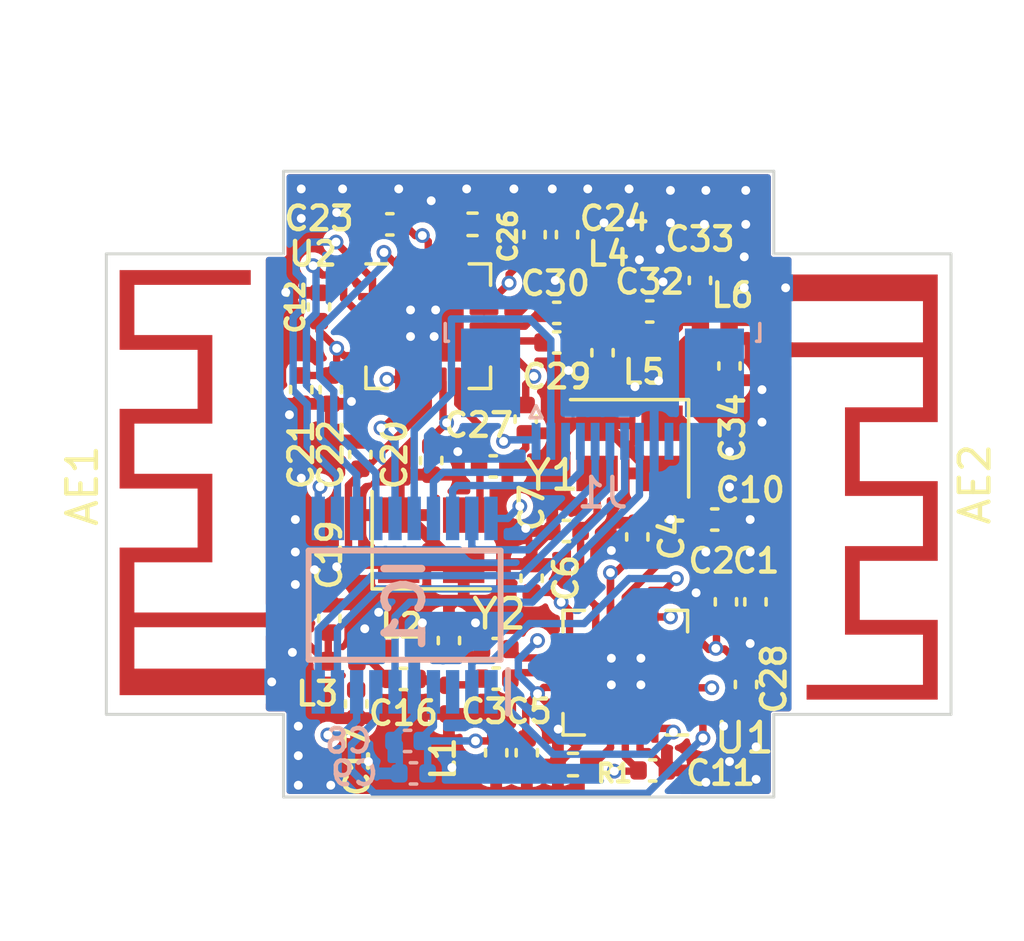
<source format=kicad_pcb>
(kicad_pcb (version 20211014) (generator pcbnew)
  (layers (0 "F.Cu" signal) (1 "In1.Cu" power) (2 "In2.Cu" mixed) (31 "B.Cu" signal) (34 "B.Paste" user) (35 "F.Paste" user) (36 "B.SilkS" user "B.Silkscreen") (37 "F.SilkS" user "F.Silkscreen") (38 "B.Mask" user) (39 "F.Mask" user) (44 "Edge.Cuts" user))
  (net 0 "")
  (net 1 "GND")
  (net 2 "Net-(C7-Pad2)")
  (net 4 "Net-(C10-Pad2)")
  (net 5 "Net-(C13-Pad1)")
  (net 6 "Net-(AE1-Pad1)")
  (net 7 "Net-(C14-Pad1)")
  (net 8 "Net-(C14-Pad2)")
  (net 9 "Net-(C16-Pad2)")
  (net 10 "Net-(C18-Pad2)")
  (net 11 "Net-(C20-Pad2)")
  (net 12 "Net-(C29-Pad1)")
  (net 13 "Net-(C29-Pad2)")
  (net 14 "Net-(C30-Pad1)")
  (net 15 "Net-(C30-Pad2)")
  (net 16 "Net-(C32-Pad2)")
  (net 17 "SPI2_MOSI")
  (net 18 "SPI2_NSS")
  (net 20 "VDD")
  (net 21 "NRST")
  (net 22 "SPI2_SCK")
  (net 23 "USART2_TX")
  (net 24 "USART2_RX")
  (net 25 "Net-(R1-Pad1)")
  (net 26 "SPI1_SCK")
  (net 27 "SPI1_MISO")
  (net 28 "Net-(AE2-Pad1)")
  (net 29 "SPI1_NSS")
  (net 30 "I2C2_SCL")
  (net 31 "I2C2_SDA")
  (net 32 "SYS_SWDIO")
  (net 34 "SYS_SWCLK")
  (net 35 "SPI2_MISO")
  (net 36 "Net-(C13-Pad2)")
  (net 37 "Net-(R2-Pad1)")
  (net 38 "SPI1_MOSI")
  (net 39 "GD0_INT_2")
  (net 40 "GD0_INT_1")
  (footprint "Capacitor_SMD:C_0402_1005Metric" (layer "F.Cu") (at 124.2375 98.3 90)
    (fp_text reference "C5")
    (fp_text value "0.1uF")
  )
  (footprint "Capacitor_SMD:C_0402_1005Metric" (layer "F.Cu") (at 124.4 92.388154 -90)
    (fp_text reference "C6")
    (fp_text value "0.1uF")
  )
  (footprint "Capacitor_SMD:C_0402_1005Metric" (layer "F.Cu") (at 125.57875 90.788154)
    (fp_text reference "C7")
    (fp_text value "15pF")
  )
  (footprint "Capacitor_SMD:C_0402_1005Metric" (layer "F.Cu") (at 128.4 83.35)
    (fp_text reference "C32")
    (fp_text value "1pF")
  )
  (footprint "Inductor_SMD:L_0402_1005Metric" (layer "F.Cu") (at 130.6 83.8 180)
    (fp_text reference "L6")
    (fp_text value "1.2nH")
  )
  (footprint "Capacitor_SMD:C_0402_1005Metric" (layer "F.Cu") (at 126.8 84.75 90)
    (fp_text reference "C31" hide)
    (fp_text value "1pF")
  )
  (footprint "Inductor_SMD:L_0402_1005Metric" (layer "F.Cu") (at 128.4 84.4 180)
    (fp_text reference "L5")
    (fp_text value "1.2nH")
  )
  (footprint "Capacitor_SMD:C_0402_1005Metric" (layer "F.Cu") (at 123.1 88.6 180)
    (fp_text reference "C18" hide)
    (fp_text value "15pF")
  )
  (footprint "Capacitor_SMD:C_0402_1005Metric" (layer "F.Cu") (at 121.6 94.5 -90)
    (fp_text reference "C15" hide)
    (fp_text value "1pF")
  )
  (footprint "RF_Antenna:Texas_SWRA117D_2.4GHz_Right" (layer "F.Cu") (at 133 84.65 -90)
    (fp_text reference "AE2")
    (fp_text value "Antenna_Shield")
  )
  (footprint "Package_DFN_QFN:Texas_S-PVQFN-N20_EP2.4x2.4mm" (layer "F.Cu") (at 120.9 83.85)
    (fp_text reference "U2")
    (fp_text value "CC2500")
  )
  (footprint "Capacitor_SMD:C_0402_1005Metric" (layer "F.Cu") (at 130.1 82.3 -90)
    (fp_text reference "C33")
    (fp_text value "1.8pF")
  )
  (footprint "Capacitor_SMD:C_0402_1005Metric" (layer "F.Cu") (at 130.97875 93.188154 -90)
    (fp_text reference "C2")
    (fp_text value "47pF")
  )
  (footprint "Capacitor_SMD:C_0402_1005Metric" (layer "F.Cu") (at 131.65875 95.988154 90)
    (fp_text reference "C28")
    (fp_text value "220pF")
  )
  (footprint "Capacitor_SMD:C_0402_1005Metric" (layer "F.Cu") (at 123.2 95.788154)
    (fp_text reference "C14" hide)
    (fp_text value "100pF")
  )
  (footprint "Package_DFN_QFN:Texas_S-PVQFN-N20_EP2.4x2.4mm" (layer "F.Cu") (at 127.57125 95.588154 180)
    (fp_text reference "U1")
    (fp_text value "CC2500")
  )
  (footprint "Inductor_SMD:L_0402_1005Metric" (layer "F.Cu") (at 120.05 94.788154)
    (fp_text reference "L2")
    (fp_text value "1.2nH")
  )
  (footprint "Capacitor_SMD:C_0402_1005Metric" (layer "F.Cu") (at 116.6 86 90)
    (fp_text reference "C21")
    (fp_text value "0.1uF")
  )
  (footprint "Capacitor_SMD:C_0402_1005Metric" (layer "F.Cu") (at 125.6 80.75 -90)
    (fp_text reference "C24")
    (fp_text value "220pF")
  )
  (footprint "Capacitor_SMD:C_0402_1005Metric" (layer "F.Cu") (at 121 88.4 90)
    (fp_text reference "C25" hide)
    (fp_text value "220pF")
  )
  (footprint "Capacitor_SMD:C_0402_1005Metric" (layer "F.Cu") (at 118.6 88.2 -90)
    (fp_text reference "C20")
    (fp_text value "15pF")
  )
  (footprint "Capacitor_SMD:C_0402_1005Metric" (layer "F.Cu") (at 117.55 93.75 -90)
    (fp_text reference "C19")
    (fp_text value "1.5pF")
  )
  (footprint "Capacitor_SMD:C_0402_1005Metric" (layer "F.Cu") (at 131.97875 93.188154 -90)
    (fp_text reference "C1")
    (fp_text value "0.1uF")
  )
  (footprint "Capacitor_SMD:C_0402_1005Metric" (layer "F.Cu") (at 117.2 83.2 -90)
    (fp_text reference "C12")
    (fp_text value "220pF")
  )
  (footprint "Capacitor_SMD:C_0402_1005Metric" (layer "F.Cu") (at 128.5 98.9 180)
    (fp_text reference "C11")
    (fp_text value "220pF")
  )
  (footprint "Capacitor_SMD:C_0402_1005Metric" (layer "F.Cu") (at 124.2 87 90)
    (fp_text reference "C27")
    (fp_text value "0.1uF")
  )
  (footprint "Capacitor_SMD:C_0402_1005Metric" (layer "F.Cu") (at 123.2 98.3 90)
    (fp_text reference "C3")
    (fp_text value "220pF")
  )
  (footprint "Capacitor_SMD:C_0402_1005Metric" (layer "F.Cu") (at 130.6 90.4 180)
    (fp_text reference "C10")
    (fp_text value "15pF")
  )
  (footprint "Capacitor_SMD:C_0402_1005Metric" (layer "F.Cu") (at 125.25 84.4 180)
    (fp_text reference "C29")
    (fp_text value "100pF")
  )
  (footprint "Capacitor_SMD:C_0402_1005Metric" (layer "F.Cu") (at 127.97875 90.988154 -90)
    (fp_text reference "C4")
    (fp_text value "220pF")
  )
  (footprint "Capacitor_SMD:C_0402_1005Metric" (layer "F.Cu") (at 120.05875 95.8 180)
    (fp_text reference "C16")
    (fp_text value "1pF")
  )
  (footprint "Inductor_SMD:L_0402_1005Metric" (layer "F.Cu") (at 126.8 82.8 90)
    (fp_text reference "L4")
    (fp_text value "1.2nH")
  )
  (footprint "Capacitor_SMD:C_0402_1005Metric" (layer "F.Cu") (at 125.25 83.4 180)
    (fp_text reference "C30")
    (fp_text value "100pF")
  )
  (footprint "Capacitor_SMD:C_0402_1005Metric" (layer "F.Cu") (at 123.2 94.788154)
    (fp_text reference "C13" hide)
    (fp_text value "100pF")
  )
  (footprint "Crystal:Crystal_SMD_3225-4Pin_3.2x2.5mm" (layer "F.Cu") (at 127.71625 87.988154 180)
    (fp_text reference "Y1")
    (fp_text value "Crystal_GND24 Cload=10pF 26MHz")
  )
  (footprint "Capacitor_SMD:C_0402_1005Metric" (layer "F.Cu") (at 119.6 80.4)
    (fp_text reference "C23")
    (fp_text value "220pF")
  )
  (footprint "Resistor_SMD:R_0402_1005Metric" (layer "F.Cu") (at 122.4 80.4)
    (fp_text reference "R2" hide)
    (fp_text value "56K 1%")
  )
  (footprint "Crystal:Crystal_SMD_3225-4Pin_3.2x2.5mm" (layer "F.Cu") (at 121 91.1)
    (fp_text reference "Y2")
    (fp_text value "Crystal_GND24 Cload=10pF 26MHz")
  )
  (footprint "Capacitor_SMD:C_0402_1005Metric" (layer "F.Cu") (at 124.5 80.75 -90)
    (fp_text reference "C26")
    (fp_text value "0.1uF")
  )
  (footprint "RF_Antenna:Texas_SWRA117D_2.4GHz_Right" (layer "F.Cu") (at 115.6 93.8 90)
    (fp_text reference "AE1")
    (fp_text value "Antenna_Shield")
  )
  (footprint "Inductor_SMD:L_0402_1005Metric" (layer "F.Cu") (at 121.6 96.5 -90)
    (fp_text reference "L1")
    (fp_text value "1.2nH")
  )
  (footprint "Capacitor_SMD:C_0402_1005Metric" (layer "F.Cu") (at 118.45875 96.65 90)
    (fp_text reference "C17")
    (fp_text value "1.8pF")
  )
  (footprint "Inductor_SMD:L_0402_1005Metric" (layer "F.Cu") (at 118 95.2)
    (fp_text reference "L3")
    (fp_text value "1.2nH")
  )
  (footprint "Capacitor_SMD:C_0402_1005Metric" (layer "F.Cu") (at 131.1 85.2 90)
    (fp_text reference "C34")
    (fp_text value "1.5pF")
  )
  (footprint "Capacitor_SMD:C_0402_1005Metric" (layer "F.Cu") (at 117.6 86 90)
    (fp_text reference "C22")
    (fp_text value "47pF")
  )
  (footprint "Resistor_SMD:R_0402_1005Metric" (layer "F.Cu") (at 125.8 98.7 180)
    (fp_text reference "R1")
    (fp_text value "56K 1%")
  )
  (footprint "WiRoc:FPC-Connector_1x10-1MP_P0.5mm_Horizontal" (layer "B.Cu") (at 126.8 86.4)
    (fp_text reference "J1")
    (fp_text value "Conn_01x10")
  )
  (footprint "Capacitor_SMD:C_0402_1005Metric" (layer "B.Cu") (at 120.4 99)
    (fp_text reference "C9")
    (fp_text value "4.7nF")
  )
  (footprint "STM32G030F6P6:SOP65P640X120-20N" (layer "B.Cu") (at 120.1 93.3 90)
    (fp_text reference "IC1")
    (fp_text value "STM32G030F6P6" hide)
  )
  (footprint "Capacitor_SMD:C_0402_1005Metric" (layer "B.Cu") (at 120.2 97.9)
    (fp_text reference "C8")
    (fp_text value "100nF")
  )
  (gr_line (start 132.6 99.8) (end 132.6 97) (layer "Edge.Cuts") (width 0.1))
  (gr_line (start 138.6 81.4) (end 132.6 81.4) (layer "Edge.Cuts") (width 0.1))
  (gr_line (start 116 99.8) (end 132.6 99.8) (layer "Edge.Cuts") (width 0.1))
  (gr_line (start 132.6 97) (end 138.6 97) (layer "Edge.Cuts") (width 0.1))
  (gr_line (start 138.6 97) (end 138.6 81.4) (layer "Edge.Cuts") (width 0.1))
  (gr_line (start 132.6 81.4) (end 132.6 78.6) (layer "Edge.Cuts") (width 0.1))
  (gr_line (start 110 97) (end 116 97) (layer "Edge.Cuts") (width 0.1))
  (gr_line (start 116 78.6) (end 116 81.4) (layer "Edge.Cuts") (width 0.1))
  (gr_line (start 116 97) (end 116 99.8) (layer "Edge.Cuts") (width 0.1))
  (gr_line (start 132.6 78.6) (end 116 78.6) (layer "Edge.Cuts") (width 0.1))
  (gr_line (start 110 81.4) (end 110 97) (layer "Edge.Cuts") (width 0.1))
  (gr_line (start 116 81.4) (end 110 81.4) (layer "Edge.Cuts") (width 0.1))
  (segment (start 128.07125 97.475654) (end 128.07125 96.088154) (width 0.25) (layer "F.Cu") (net 1))
  (segment (start 125.574404 87.48) (end 126.06625 86.988154) (width 0.25) (layer "F.Cu") (net 1))
  (segment (start 128.872391 98.792391) (end 128.98 98.9) (width 0.25) (layer "F.Cu") (net 1))
  (segment (start 128.98 98.9) (end 128.98 98.892391) (width 0.25) (layer "F.Cu") (net 1))
  (segment (start 122.5125 81.9625) (end 124.5 79.975) (width 0.25) (layer "F.Cu") (net 1))
  (segment (start 128.98 98.892391) (end 128.352609 98.265) (width 0.25) (layer "F.Cu") (net 1))
  (segment (start 124.2375 98.78) (end 123.2 98.78) (width 0.25) (layer "F.Cu") (net 1))
  (segment (start 124.4 91.908154) (end 124.4 91.486904) (width 0.25) (layer "F.Cu") (net 1))
  (segment (start 124.4 91.908154) (end 122.1 91.908154) (width 0.25) (layer "F.Cu") (net 1))
  (segment (start 126.8 86.254404) (end 126.06625 86.988154) (width 0.25) (layer "F.Cu") (net 1))
  (segment (start 120.15 90.25) (end 119.9 90.25) (width 0.25) (layer "F.Cu") (net 1))
  (segment (start 122.1 92.95) (end 121.6 93.45) (width 0.25) (layer "F.Cu") (net 1))
  (segment (start 128.41625 88.71625) (end 128.41625 88.838154) (width 0.4) (layer "F.Cu") (net 1))
  (segment (start 120.4 81.9625) (end 120.4 83.35) (width 0.25) (layer "F.Cu") (net 1))
  (segment (start 126.8 85.23) (end 126.8 86.254404) (width 0.25) (layer "F.Cu") (net 1))
  (segment (start 126.61625 87.138154) (end 126.71625 87.138154) (width 0.25) (layer "F.Cu") (net 1))
  (segment (start 126.524346 97.475654) (end 125.3 98.7) (width 0.25) (layer "F.Cu") (net 1))
  (segment (start 124.2 87.48) (end 124.2 87.98) (width 0.25) (layer "F.Cu") (net 1))
  (segment (start 126.71625 87.138154) (end 126.838154 87.138154) (width 0.4) (layer "F.Cu") (net 1))
  (segment (start 128.41625 88.838154) (end 128.81625 88.838154) (width 0.25) (layer "F.Cu") (net 1))
  (segment (start 124.4 91.486904) (end 125.09875 90.788154) (width 0.25) (layer "F.Cu") (net 1))
  (segment (start 121.6 93.45) (end 121.6 94.02) (width 0.25) (layer "F.Cu") (net 1))
  (segment (start 128.07125 97.475654) (end 128.07125 98.183641) (width 0.25) (layer "F.Cu") (net 1))
  (segment (start 128.352609 98.265) (end 128.152609 98.265) (width 0.25) (layer "F.Cu") (net 1))
  (segment (start 121.9 82.85) (end 120.9 83.85) (width 0.25) (layer "F.Cu") (net 1))
  (segment (start 126.57125 97.475654) (end 126.524346 97.475654) (width 0.25) (layer "F.Cu") (net 1))
  (segment (start 121.85 91.95) (end 120.15 90.25) (width 0.4) (layer "F.Cu") (net 1))
  (segment (start 121.9 81.9625) (end 121.9 82.85) (width 0.25) (layer "F.Cu") (net 1))
  (segment (start 126.57125 97.475654) (end 126.57125 96.588154) (width 0.25) (layer "F.Cu") (net 1))
  (segment (start 128.07125 96.088154) (end 127.57125 95.588154) (width 0.25) (layer "F.Cu") (net 1))
  (segment (start 124.2 87.98) (end 123.58 88.6) (width 0.25) (layer "F.Cu") (net 1))
  (segment (start 122.1 91.95) (end 121.85 91.95) (width 0.25) (layer "F.Cu") (net 1))
  (segment (start 124.2 87.48) (end 125.574404 87.48) (width 0.25) (layer "F.Cu") (net 1))
  (segment (start 122.1 91.908154) (end 122.1 92.95) (width 0.25) (layer "F.Cu") (net 1))
  (segment (start 125.3 98.7) (end 125.29 98.7) (width 0.25) (layer "F.Cu") (net 1))
  (segment (start 128.152609 98.265) (end 128.07125 98.183641) (width 0.25) (layer "F.Cu") (net 1))
  (segment (start 126.57125 96.588154) (end 127.57125 95.588154) (width 0.25) (layer "F.Cu") (net 1))
  (segment (start 120.4 83.35) (end 120.9 83.85) (width 0.25) (layer "F.Cu") (net 1))
  (segment (start 121.9 81.9625) (end 122.5125 81.9625) (width 0.25) (layer "F.Cu") (net 1))
  (segment (start 126.838154 87.138154) (end 128.41625 88.71625) (width 0.4) (layer "F.Cu") (net 1))
  (via (at 130.3 79.25) (size 0.5) (drill 0.3) (layers "F.Cu" "B.Cu") (net 1))
  (via (at 120.3 83.3) (size 0.5) (drill 0.3) (layers "F.Cu" "B.Cu") (net 1))
  (via (at 130.3 99.3) (size 0.5) (drill 0.3) (layers "F.Cu" "B.Cu") (net 1))
  (via (at 127.1 96) (size 0.5) (drill 0.3) (layers "F.Cu" "B.Cu") (net 1))
  (via (at 130.25 80.4) (size 0.5) (drill 0.3) (layers "F.Cu" "B.Cu") (net 1))
  (via (at 116.5 98.4) (size 0.5) (drill 0.3) (layers "F.Cu" "B.Cu") (net 1))
  (via (at 128.7 85.7) (size 0.5) (drill 0.3) (layers "F.Cu" "B.Cu") (net 1))
  (via (at 126.85 80.35) (size 0.5) (drill 0.3) (layers "F.Cu" "B.Cu") (net 1))
  (via (at 116.4 92.6) (size 0.5) (drill 0.3) (layers "F.Cu" "B.Cu") (net 1))
  (via (at 118.8745 98.6) (size 0.5) (drill 0.3) (layers "F.Cu" "B.Cu") (net 1))
  (via (at 132.2 87.1) (size 0.5) (drill 0.3) (layers "F.Cu" "B.Cu") (net 1))
  (via (at 125.1 79.2) (size 0.5) (drill 0.3) (layers "F.Cu" "B.Cu") (net 1))
  (via (at 124.2 90.7) (size 0.5) (drill 0.3) (layers "F.Cu" "B.Cu") (net 1))
  (via (at 128.75 81.25) (size 0.5) (drill 0.3) (layers "F.Cu" "B.Cu") (net 1))
  (via (at 116.6 79.2) (size 0.5) (drill 0.3) (layers "F.Cu" "B.Cu") (net 1))
  (via (at 126.3 79.2) (size 0.5) (drill 0.3) (layers "F.Cu" "B.Cu") (net 1))
  (via (at 117.8 92) (size 0.5) (drill 0.3) (layers "F.Cu" "B.Cu") (net 1))
  (via (at 116.4 91.5) (size 0.5) (drill 0.3) (layers "F.Cu" "B.Cu") (net 1))
  (via (at 116.0755 82.7) (size 0.5) (drill 0.3) (layers "F.Cu" "B.Cu") (net 1))
  (via (at 131.8 94.6) (size 0.5) (drill 0.3) (layers "F.Cu" "B.Cu") (net 1))
  (via (at 121.15 83.3) (size 0.5) (drill 0.3) (layers "F.Cu" "B.Cu") (net 1))
  (via (at 125.65 85.35) (size 0.5) (drill 0.3) (layers "F.Cu" "B.Cu") (net 1))
  (via (at 121.9 88.1) (size 0.5) (drill 0.3) (layers "F.Cu" "B.Cu") (net 1))
  (via (at 127.7 79.2) (size 0.5) (drill 0.3) (layers "F.Cu" "B.Cu") (net 1))
  (via (at 118 79.2) (size 0.5) (drill 0.3) (layers "F.Cu" "B.Cu") (net 1))
  (via (at 119.9 79.2) (size 0.5) (drill 0.3) (layers "F.Cu" "B.Cu") (net 1))
  (via (at 116.5 97.4) (size 0.5) (drill 0.3) (layers "F.Cu" "B.Cu") (net 1))
  (via (at 131.6 81.5) (size 0.5) (drill 0.3) (layers "F.Cu" "B.Cu") (net 1))
  (via (at 125.3 97.5) (size 0.5) (drill 0.3) (layers "F.Cu" "B.Cu") (net 1))
  (via (at 127.9 85.9) (size 0.5) (drill 0.3) (layers "F.Cu" "B.Cu") (net 1))
  (via (at 121.1 84.2) (size 0.5) (drill 0.3) (layers "F.Cu" "B.Cu") (net 1))
  (via (at 116.6 89) (size 0.5) (drill 0.3) (layers "F.Cu" "B.Cu") (net 1))
  (via (at 116.4 90.4) (size 0.5) (drill 0.3) (layers "F.Cu" "B.Cu") (net 1))
  (via (at 129.968767 92.881233) (size 0.5) (drill 0.3) (layers "F.Cu" "B.Cu") (net 1))
  (via (at 122.5 93.9) (size 0.5) (drill 0.3) (layers "F.Cu" "B.Cu") (net 1))
  (via (at 131.8 91.5) (size 0.5) (drill 0.3) (layers "F.Cu" "B.Cu") (net 1))
  (via (at 128.1 96) (size 0.5) (drill 0.3) (layers "F.Cu" "B.Cu") (net 1))
  (via (at 118.3 86.4) (size 0.5) (drill 0.3) (layers "F.Cu" "B.Cu") (net 1))
  (via (at 131.8 90.4) (size 0.5) (drill 0.3) (layers "F.Cu" "B.Cu") (net 1))
  (via (at 131.65 79.25) (size 0.5) (drill 0.3) (layers "F.Cu" "B.Cu") (net 1))
  (via (at 131.1 89.3) (size 0.5) (drill 0.3) (layers "F.Cu" "B.Cu") (net 1))
  (via (at 116.3 94.9) (size 0.5) (drill 0.3) (layers "F.Cu" "B.Cu") (net 1))
  (via (at 132.2 86) (size 0.5) (drill 0.3) (layers "F.Cu" "B.Cu") (net 1))
  (via (at 131.65 80.4) (size 0.5) (drill 0.3) (layers "F.Cu" "B.Cu") (net 1))
  (via (at 117.6 99.4) (size 0.5) (drill 0.3) (layers "F.Cu" "B.Cu") (net 1))
  (via (at 116.5 99.4) (size 0.5) (drill 0.3) (layers "F.Cu" "B.Cu") (net 1))
  (via (at 132 99.2) (size 0.5) (drill 0.3) (layers "F.Cu" "B.Cu") (net 1))
  (via (at 128.85 82.35) (size 0.5) (drill 0.3) (layers "F.Cu" "B.Cu") (net 1))
  (via (at 116.6 80.2) (size 0.5) (drill 0.3) (layers "F.Cu" "B.Cu") (net 1))
  (via (at 130.9 97.4) (size 0.5) (drill 0.3) (layers "F.Cu" "B.Cu") (net 1))
  (via (at 117.8 80) (size 0.5) (drill 0.3) (layers "F.Cu" "B.Cu") (net 1))
  (via (at 122.2 79.2) (size 0.5) (drill 0.3) (layers "F.Cu" "B.Cu") (net 1))
  (via (at 116.2 86.85) (size 0.5) (drill 0.3) (layers "F.Cu" "B.Cu") (net 1))
  (via (at 119.222082 93.541804) (size 0.5) (drill 0.3) (layers "F.Cu" "B.Cu") (net 1))
  (via (at 120.3 84.2) (size 0.5) (drill 0.3) (layers "F.Cu" "B.Cu") (net 1))
  (via (at 118.75 94.1) (size 0.5) (drill 0.3) (layers "F.Cu" "B.Cu") (net 1))
  (via (at 127.1 95.1) (size 0.5) (drill 0.3) (layers "F.Cu" "B.Cu") (net 1))
  (via (at 130.3 91.5) (size 0.5) (drill 0.3) (layers "F.Cu" "B.Cu") (net 1))
  (via (at 131.6 82.55) (size 0.5) (drill 0.3) (layers "F.Cu" "B.Cu") (net 1))
  (via (at 128.05 81.6) (size 0.5) (drill 0.3) (layers "F.Cu" "B.Cu") (net 1))
  (via (at 132 98.1) (size 0.5) (drill 0.3) (layers "F.Cu" "B.Cu") (net 1))
  (via (at 121.7 98.8) (size 0.5) (drill 0.3) (layers "F.Cu" "B.Cu") (net 1))
  (via (at 131.1 88.1) (size 0.5) (drill 0.3) (layers "F.Cu" "B.Cu") (net 1))
  (via (at 129.1 79.25) (size 0.5) (drill 0.3) (layers "F.Cu" "B.Cu") (net 1))
  (via (at 127.75 80.35) (size 0.5) (drill 0.3) (layers "F.Cu" "B.Cu") (net 1))
  (via (at 117.05 92.1) (size 0.5) (drill 0.3) (layers "F.Cu" "B.Cu") (net 1))
  (via (at 123.8 79.2) (size 0.5) (drill 0.3) (layers "F.Cu" "B.Cu") (net 1))
  (via (at 127.1 91.45) (size 0.5) (drill 0.3) (layers "F.Cu" "B.Cu") (net 1))
  (via (at 128.1 95.1) (size 0.5) (drill 0.3) (layers "F.Cu" "B.Cu") (net 1))
  (via (at 120.7 93.9) (size 0.5) (drill 0.3) (layers "F.Cu" "B.Cu") (net 1))
  (via (at 131.1 98.6) (size 0.5) (drill 0.3) (layers "F.Cu" "B.Cu") (net 1))
  (via (at 125.2 82.3) (size 0.5) (drill 0.3) (layers "F.Cu" "B.Cu") (net 1))
  (via (at 121 79.6) (size 0.5) (drill 0.3) (layers "F.Cu" "B.Cu") (net 1))
  (via (at 129.1 90.4) (size 0.5) (drill 0.3) (layers "F.Cu" "B.Cu") (net 1))
  (via (at 129.1 80.35) (size 0.5) (drill 0.3) (layers "F.Cu" "B.Cu") (net 1))
  (segment (start 119.72 97.8) (end 119.92 98) (width 0.25) (layer "B.Cu") (net 1))
  (segment (start 120.425 96.238) (end 120.425 97.075) (width 0.25) (layer "B.Cu") (net 1))
  (segment (start 119.72 97.78) (end 119.72 97.9) (width 0.25) (layer "B.Cu") (net 1))
  (segment (start 120.425 97.075) (end 119.72 97.78) (width 0.25) (layer "B.Cu") (net 1))
  (segment (start 119.92 98) (end 119.92 98.9) (width 0.25) (layer "B.Cu") (net 1))
  (segment (start 126.57125 93.700654) (end 126.57125 93.32125) (width 0.25) (layer "F.Cu") (net 2))
  (segment (start 126.57125 93.32125) (end 126.05875 92.80875) (width 0.25) (layer "F.Cu") (net 2))
  (segment (start 126.05875 92.80875) (end 126.05875 90.788154) (width 0.25) (layer "F.Cu") (net 2))
  (segment (start 126.61625 90.230654) (end 126.61625 88.838154) (width 0.25) (layer "F.Cu") (net 2))
  (segment (start 126.05875 90.788154) (end 126.61625 90.230654) (width 0.25) (layer "F.Cu") (net 2))
  (segment (start 130.49125 88.013154) (end 129.46625 86.988154) (width 0.25) (layer "F.Cu") (net 4))
  (segment (start 127.57125 93.02875) (end 130.05875 90.54125) (width 0.25) (layer "F.Cu") (net 4))
  (segment (start 130.05875 90.54125) (end 130.05875 90.508154) (width 0.25) (layer "F.Cu") (net 4))
  (segment (start 130.05875 90.508154) (end 130.49125 90.075654) (width 0.25) (layer "F.Cu") (net 4))
  (segment (start 130.49125 90.075654) (end 130.49125 88.013154) (width 0.25) (layer "F.Cu") (net 4))
  (segment (start 127.57125 93.700654) (end 127.57125 93.02875) (width 0.25) (layer "F.Cu") (net 4))
  (segment (start 120.535 94.788154) (end 120.726846 94.98) (width 0.25) (layer "F.Cu") (net 5))
  (segment (start 122.528154 94.98) (end 122.72 94.788154) (width 0.25) (layer "F.Cu") (net 5))
  (segment (start 120.726846 94.98) (end 122.528154 94.98) (width 0.25) (layer "F.Cu") (net 5))
  (segment (start 117.515 95.2) (end 117.413173 95.2) (width 0.25) (layer "F.Cu") (net 6))
  (segment (start 117.515 94.265) (end 117.55 94.23) (width 0.25) (layer "F.Cu") (net 6))
  (segment (start 116.013173 93.8) (end 115.6 93.8) (width 0.25) (layer "F.Cu") (net 6))
  (segment (start 117.413173 95.2) (end 116.013173 93.8) (width 0.25) (layer "F.Cu") (net 6))
  (segment (start 117.515 95.2) (end 117.515 94.265) (width 0.25) (layer "F.Cu") (net 6))
  (segment (start 122.508154 96) (end 121.615 96) (width 0.25) (layer "F.Cu") (net 7))
  (segment (start 122.72 95.788154) (end 122.508154 96) (width 0.25) (layer "F.Cu") (net 7))
  (segment (start 121.6 96.015) (end 121.015 96.015) (width 0.25) (layer "F.Cu") (net 7))
  (segment (start 120.8 95.8) (end 120.53875 95.8) (width 0.25) (layer "F.Cu") (net 7))
  (segment (start 121.615 96) (end 121.6 96.015) (width 0.25) (layer "F.Cu") (net 7))
  (segment (start 121.015 96.015) (end 120.8 95.8) (width 0.25) (layer "F.Cu") (net 7))
  (segment (start 125.68375 95.588154) (end 123.88 95.588154) (width 0.25) (layer "F.Cu") (net 8))
  (segment (start 123.88 95.588154) (end 123.68 95.788154) (width 0.25) (layer "F.Cu") (net 8))
  (segment (start 118.95 95.2) (end 119.55 95.8) (width 0.25) (layer "F.Cu") (net 9))
  (segment (start 118.485 95.2) (end 119.153154 95.2) (width 0.25) (layer "F.Cu") (net 9))
  (segment (start 118.485 95.2) (end 118.95 95.2) (width 0.25) (layer "F.Cu") (net 9))
  (segment (start 119.55 95.8) (end 119.57875 95.8) (width 0.25) (layer "F.Cu") (net 9))
  (segment (start 119.153154 95.2) (end 119.565 94.788154) (width 0.25) (layer "F.Cu") (net 9))
  (segment (start 118.45875 95.22625) (end 118.45875 96.17) (width 0.25) (layer "F.Cu") (net 9))
  (segment (start 122.65 89.7) (end 122.1 90.25) (width 0.25) (layer "F.Cu") (net 10))
  (segment (start 121.9 86.474695) (end 122.65 87.224695) (width 0.25) (layer "F.Cu") (net 10))
  (segment (start 122.65 87.224695) (end 122.65 89.7) (width 0.25) (layer "F.Cu") (net 10))
  (segment (start 121.9 85.7375) (end 121.9 86.474695) (width 0.25) (layer "F.Cu") (net 10))
  (segment (start 118.2 89.243805) (end 120.9 86.543805) (width 0.25) (layer "F.Cu") (net 11))
  (segment (start 118.65 91.95) (end 118.2 91.5) (width 0.25) (layer "F.Cu") (net 11))
  (segment (start 119.9 91.95) (end 118.65 91.95) (width 0.25) (layer "F.Cu") (net 11))
  (segment (start 118.2 91.5) (end 118.2 89.243805) (width 0.25) (layer "F.Cu") (net 11))
  (segment (start 120.9 86.543805) (end 120.9 85.7375) (width 0.25) (layer "F.Cu") (net 11))
  (segment (start 125.86 84.27) (end 126.8 84.27) (width 0.25) (layer "F.Cu") (net 12))
  (segment (start 127.785 84.27) (end 127.915 84.4) (width 0.25) (layer "F.Cu") (net 12))
  (segment (start 125.73 84.4) (end 125.86 84.27) (width 0.25) (layer "F.Cu") (net 12))
  (segment (start 126.8 84.27) (end 127.785 84.27) (width 0.25) (layer "F.Cu") (net 12))
  (segment (start 122.7875 84.35) (end 124.72 84.35) (width 0.25) (layer "F.Cu") (net 13))
  (segment (start 124.72 84.35) (end 124.77 84.4) (width 0.25) (layer "F.Cu") (net 13))
  (segment (start 125.73 83.4) (end 125.845 83.285) (width 0.25) (layer "F.Cu") (net 14))
  (segment (start 127.855 83.285) (end 126.8 83.285) (width 0.25) (layer "F.Cu") (net 14))
  (segment (start 127.92 83.35) (end 127.855 83.285) (width 0.25) (layer "F.Cu") (net 14))
  (segment (start 125.845 83.285) (end 126.8 83.285) (width 0.25) (layer "F.Cu") (net 14))
  (segment (start 124.17 83.85) (end 124.77 83.25) (width 0.25) (layer "F.Cu") (net 15))
  (segment (start 122.7875 83.85) (end 124.17 83.85) (width 0.25) (layer "F.Cu") (net 15))
  (segment (start 128.885 84.4) (end 129.4 83.885) (width 0.25) (layer "F.Cu") (net 16))
  (segment (start 129.4 83.72) (end 130.1 83.72) (width 0.25) (layer "F.Cu") (net 16))
  (segment (start 130.1 83.72) (end 130.1 82.815) (width 0.25) (layer "F.Cu") (net 16))
  (segment (start 129.4 83.72) (end 129.03 83.35) (width 0.25) (layer "F.Cu") (net 16))
  (segment (start 129.03 83.35) (end 128.88 83.35) (width 0.25) (layer "F.Cu") (net 16))
  (segment (start 129.4 83.885) (end 129.4 83.72) (width 0.25) (layer "F.Cu") (net 16))
  (segment (start 128.57125 97.475654) (end 128.87125 97.475654) (width 0.25) (layer "F.Cu") (net 17))
  (segment (start 128.87125 97.475654) (end 129.075654 97.475654) (width 0.25) (layer "F.Cu") (net 17))
  (segment (start 129.075654 97.475654) (end 129.2 97.6) (width 0.25) (layer "F.Cu") (net 17))
  (via (at 129.2 97.6) (size 0.5) (drill 0.3) (layers "F.Cu" "B.Cu") (net 17))
  (segment (start 125.137 98.35) (end 123.025 96.238) (width 0.25) (layer "B.Cu") (net 17))
  (segment (start 128.45 98.35) (end 125.137 98.35) (width 0.25) (layer "B.Cu") (net 17))
  (segment (start 129.2 97.6) (end 128.45 98.35) (width 0.25) (layer "B.Cu") (net 17))
  (segment (start 128.9 92.8) (end 128.436396 92.8) (width 0.25) (layer "F.Cu") (net 18))
  (segment (start 129.3 92.4) (end 128.9 92.8) (width 0.25) (layer "F.Cu") (net 18))
  (segment (start 128.07125 93.165146) (end 128.07125 93.700654) (width 0.25) (layer "F.Cu") (net 18))
  (segment (start 128.436396 92.8) (end 128.07125 93.165146) (width 0.25) (layer "F.Cu") (net 18))
  (via (at 129.3 92.4) (size 0.5) (drill 0.3) (layers "F.Cu" "B.Cu") (net 18))
  (segment (start 127.7 92.4) (end 126.175 93.925) (width 0.25) (layer "B.Cu") (net 18))
  (segment (start 122.475 95.1755) (end 122.375 95.2755) (width 0.25) (layer "B.Cu") (net 18))
  (segment (start 124.325 93.925) (end 123.0745 95.1755) (width 0.25) (layer "B.Cu") (net 18))
  (segment (start 122.375 95.2755) (end 122.375 96.238) (width 0.25) (layer "B.Cu") (net 18))
  (segment (start 126.175 93.925) (end 124.325 93.925) (width 0.25) (layer "B.Cu") (net 18))
  (segment (start 123.0745 95.1755) (end 122.475 95.1755) (width 0.25) (layer "B.Cu") (net 18))
  (segment (start 129.3 92.4) (end 127.7 92.4) (width 0.25) (layer "B.Cu") (net 18))
  (segment (start 125.068154 92.868154) (end 124.4 92.868154) (width 0.25) (layer "F.Cu") (net 20))
  (segment (start 123.6375 82.0925) (end 124.53 81.2) (width 0.25) (layer "F.Cu") (net 20))
  (segment (start 123.175 82.85) (end 123.6375 82.3875) (width 0.25) (layer "F.Cu") (net 20))
  (segment (start 120.9 80.978732) (end 120.7 80.778732) (width 0.25) (layer "F.Cu") (net 20))
  (segment (start 125.68375 96.088154) (end 124.811846 96.088154) (width 0.25) (layer "F.Cu") (net 20))
  (segment (start 127.07125 92.175654) (end 127.07125 93.700654) (width 0.25) (layer "F.Cu") (net 20))
  (segment (start 130.65875 94.788154) (end 130.65875 93.988154) (width 0.25) (layer "F.Cu") (net 20))
  (segment (start 121.4 85.7375) (end 121.4 86.999294) (width 0.25) (layer "F.Cu") (net 20))
  (segment (start 120.458732 80.778732) (end 120.7 80.778732) (width 0.25) (layer "F.Cu") (net 20))
  (segment (start 127.068951 92.198355) (end 127.068951 93.698355) (width 0.25) (layer "F.Cu") (net 20))
  (segment (start 124.4755 85.55) (end 123.7755 84.85) (width 0.25) (layer "F.Cu") (net 20))
  (segment (start 117.8 84.6) (end 117.2 84) (width 0.25) (layer "F.Cu") (net 20))
  (segment (start 124.2 97.763604) (end 124.190552 97.773052) (width 0.25) (layer "F.Cu") (net 20))
  (segment (start 118.05 84.85) (end 117.8 84.6) (width 0.25) (layer "F.Cu") (net 20))
  (segment (start 120.08 80.4) (end 120.458732 80.778732) (width 0.25) (layer "F.Cu") (net 20))
  (segment (start 125.4 93.2) (end 125.68375 93.48375) (width 0.25) (layer "F.Cu") (net 20))
  (segment (start 121.522619 87.121913) (end 121.522266 87.122266) (width 0.25) (layer "F.Cu") (net 20))
  (segment (start 131.97875 93.668154) (end 130.97875 93.668154) (width 0.25) (layer "F.Cu") (net 20))
  (segment (start 129.45875 94.588154) (end 130.188154 94.588154) (width 0.25) (layer "F.Cu") (net 20))
  (segment (start 121.522266 87.122266) (end 121 87.644532) (width 0.25) (layer "F.Cu") (net 20))
  (segment (start 124.6 96.3) (end 124.888154 96.588154) (width 0.25) (layer "F.Cu") (net 20))
  (segment (start 125.57 81.2) (end 125.6 81.23) (width 0.25) (layer "F.Cu") (net 20))
  (segment (start 130.65875 94.788154) (end 130.93875 94.788154) (width 0.25) (layer "F.Cu") (net 20))
  (segment (start 124.6 96.3) (end 124.2 96.7) (width 0.25) (layer "F.Cu") (net 20))
  (segment (start 124.53 81.2) (end 125.57 81.2) (width 0.25) (layer "F.Cu") (net 20))
  (segment (start 130.4 94.8) (end 130.6 94.8) (width 0.25) (layer "F.Cu") (net 20))
  (segment (start 130.93875 94.788154) (end 131.65875 95.508154) (width 0.25) (layer "F.Cu") (net 20))
  (segment (start 123.6375 82.3875) (end 123.6375 82.0925) (width 0.25) (layer "F.Cu") (net 20))
  (segment (start 127.068951 93.698355) (end 127.07125 93.700654) (width 0.25) (layer "F.Cu") (net 20))
  (segment (start 117.2 84) (end 117.2 83.68) (width 0.25) (layer "F.Cu") (net 20))
  (segment (start 130.188154 94.588154) (end 130.4 94.8) (width 0.25) (layer "F.Cu") (net 20))
  (segment (start 130.6 94.8) (end 130.635298 94.764702) (width 0.25) (layer "F.Cu") (net 20))
  (segment (start 128.02 98.9) (end 127.57125 98.45125) (width 0.25) (layer "F.Cu") (net 20))
  (segment (start 122.7875 82.85) (end 122.7875 83.35) (width 0.25) (layer "F.Cu") (net 20))
  (segment (start 130.635298 94.764702) (end 130.65875 94.788154) (width 0.25) (layer "F.Cu") (net 20))
  (segment (start 117.4 85.52) (end 117.8 85.12) (width 0.25) (layer "F.Cu") (net 20))
  (segment (start 124.2 96.7) (end 124.2 97.763604) (width 0.25) (layer "F.Cu") (net 20))
  (segment (start 121 87.644532) (end 121 87.92) (width 0.25) (layer "F.Cu") (net 20))
  (segment (start 119.0125 84.85) (end 118.05 84.85) (width 0.25) (layer "F.Cu") (net 20))
  (segment (start 127.2 98.9245) (end 127.9955 98.9245) (width 0.25) (layer "F.Cu") (net 20))
  (segment (start 124.888154 96.588154) (end 125.68375 96.588154) (width 0.25) (layer "F.Cu") (net 20))
  (segment (start 124.4755 85.55) (end 124.2 85.8255) (width 0.25) (layer "F.Cu") (net 20))
  (segment (start 127.97875 91.468154) (end 127.27125 92.175654) (width 0.25) (layer "F.Cu") (net 20))
  (segment (start 123.7755 84.85) (end 122.7875 84.85) (width 0.25) (layer "F.Cu") (net 20))
  (segment (start 117.8 85.12) (end 117.8 84.6) (width 0.25) (layer "F.Cu") (net 20))
  (segment (start 124.811846 96.088154) (end 124.6 96.3) (width 0.25) (layer "F.Cu") (net 20))
  (segment (start 125.68375 96.088154) (end 125.68375 96.588154) (width 0.25) (layer "F.Cu") (net 20))
  (segment (start 122.5 97.9) (end 123.12 97.9) (width 0.25) (layer "F.Cu") (net 20))
  (segment (start 125.4 93.2) (end 125.068154 92.868154) (width 0.25) (layer "F.Cu") (net 20))
  (segment (start 125.68375 93.48375) (end 125.68375 94.588154) (width 0.25) (layer "F.Cu") (net 20))
  (segment (start 130.65875 93.988154) (end 130.97875 93.668154) (width 0.25) (layer "F.Cu") (net 20))
  (segment (start 127.57125 98.45125) (end 127.57125 97.475654) (width 0.25) (layer "F.Cu") (net 20))
  (segment (start 121.4 86.999294) (end 121.522619 87.121913) (width 0.25) (layer "F.Cu") (net 20))
  (segment (start 124.2375 97.82) (end 123.2 97.82) (width 0.25) (layer "F.Cu") (net 20))
  (segment (start 119.0125 84.35) (end 119.0125 84.85) (width 0.25) (layer "F.Cu") (net 20))
  (segment (start 129.45875 94.588154) (end 129.45875 95.088154) (width 0.25) (layer "F.Cu") (net 20))
  (segment (start 123.12 97.9) (end 123.2 97.82) (width 0.25) (layer "F.Cu") (net 20))
  (segment (start 127.9955 98.9245) (end 128.02 98.9) (width 0.25) (layer "F.Cu") (net 20))
  (segment (start 120.9 80.978732) (end 120.9 81.9625) (width 0.25) (layer "F.Cu") (net 20))
  (segment (start 122.7875 82.85) (end 123.175 82.85) (width 0.25) (layer "F.Cu") (net 20))
  (segment (start 116.6 85.52) (end 117.4 85.52) (width 0.25) (layer "F.Cu") (net 20))
  (segment (start 124.2 85.8255) (end 124.2 86.52) (width 0.25) (layer "F.Cu") (net 20))
  (via (at 124.4755 85.55) (size 0.5) (drill 0.3) (layers "F.Cu" "B.Cu") (net 20))
  (via (at 125.4 93.2) (size 0.5) (drill 0.3) (layers "F.Cu" "B.Cu") (net 20))
  (via (at 124.6 96.3) (size 0.5) (drill 0.3) (layers "F.Cu" "B.Cu") (net 20))
  (via (at 123.45 87.75) (size 0.5) (drill 0.3) (layers "F.Cu" "B.Cu") (net 20))
  (via (at 127.2 98.9245) (size 0.5) (drill 0.3) (layers "F.Cu" "B.Cu") (net 20))
  (via (at 127.068951 92.198355) (size 0.5) (drill 0.3) (layers "F.Cu" "B.Cu") (net 20))
  (via (at 117.8 84.6) (size 0.5) (drill 0.3) (layers "F.Cu" "B.Cu") (net 20))
  (via (at 130.635298 94.764702) (size 0.5) (drill 0.3) (layers "F.Cu" "B.Cu") (net 20))
  (via (at 124.6 94.5) (size 0.5) (drill 0.3) (layers "F.Cu" "B.Cu") (net 20))
  (via (at 121.522266 87.122266) (size 0.5) (drill 0.3) (layers "F.Cu" "B.Cu") (net 20))
  (via (at 123.6375 82.3875) (size 0.5) (drill 0.3) (layers "F.Cu" "B.Cu") (net 20))
  (via (at 122.5 97.9) (size 0.5) (drill 0.3) (layers "F.Cu" "B.Cu") (net 20))
  (via (at 120.7 80.778732) (size 0.5) (drill 0.3) (layers "F.Cu" "B.Cu") (net 20))
  (segment (start 124.6 96.3) (end 123.95 95.65) (width 0.25) (layer "B.Cu") (net 20))
  (segment (start 120.88 98) (end 120.88 98.9) (width 0.25) (layer "B.Cu") (net 20))
  (segment (start 121.075 97.405) (end 120.68 97.8) (width 0.25) (layer "B.Cu") (net 20))
  (segment (start 123.95 95.15) (end 124.6 94.5) (width 0.25) (layer "B.Cu") (net 20))
  (segment (start 123.5 87.7) (end 124.5 87.7) (width 0.25) (layer "B.Cu") (net 20))
  (segment (start 123.45 87.75) (end 123.5 87.7) (width 0.25) (layer "B.Cu") (net 20))
  (segment (start 121.075 96.238) (end 121.075 97.405) (width 0.25) (layer "B.Cu") (net 20))
  (segment (start 120.68 97.8) (end 120.88 98) (width 0.25) (layer "B.Cu") (net 20))
  (segment (start 120.68 97.9) (end 122.5 97.9) (width 0.25) (layer "B.Cu") (net 20))
  (segment (start 123.95 95.65) (end 123.95 95.15) (width 0.25) (layer "B.Cu") (net 20))
  (segment (start 120.272792 93.2) (end 124.422361 93.2) (width 0.25) (layer "B.Cu") (net 21))
  (segment (start 124.422361 93.2) (end 128.05 89.572361) (width 0.25) (layer "B.Cu") (net 21))
  (segment (start 128.05 89.572361) (end 128.05 87.75) (width 0.25) (layer "B.Cu") (net 21))
  (segment (start 119.775 93.697792) (end 120.272792 93.2) (width 0.25) (layer "B.Cu") (net 21))
  (segment (start 119.775 96.238) (end 119.775 93.697792) (width 0.25) (layer "B.Cu") (net 21))
  (segment (start 130.2 97.329404) (end 129.45875 96.588154) (width 0.25) (layer "F.Cu") (net 22))
  (segment (start 130.2 97.8) (end 130.2 97.329404) (width 0.25) (layer "F.Cu") (net 22))
  (via (at 130.2 97.8) (size 0.5) (drill 0.3) (layers "F.Cu" "B.Cu") (net 22))
  (segment (start 118.3 98.0255) (end 119.125 97.2005) (width 0.25) (layer "B.Cu") (net 22))
  (segment (start 119.075 99.675) (end 118.3 98.9) (width 0.25) (layer "B.Cu") (net 22))
  (segment (start 119.125 97.2005) (end 119.125 96.238) (width 0.25) (layer "B.Cu") (net 22))
  (segment (start 128.325 99.675) (end 119.075 99.675) (width 0.25) (layer "B.Cu") (net 22))
  (segment (start 118.3 98.9) (end 118.3 98.0255) (width 0.25) (layer "B.Cu") (net 22))
  (segment (start 130.2 97.8) (end 128.325 99.675) (width 0.25) (layer "B.Cu") (net 22))
  (segment (start 127.55 89.435965) (end 127.55 87.75) (width 0.25) (layer "B.Cu") (net 23))
  (segment (start 117.825 96.238) (end 117.825 94.111396) (width 0.25) (layer "B.Cu") (net 23))
  (segment (start 117.825 94.111396) (end 119.186396 92.75) (width 0.25) (layer "B.Cu") (net 23))
  (segment (start 119.186396 92.75) (end 124.235965 92.75) (width 0.25) (layer "B.Cu") (net 23))
  (segment (start 124.235965 92.75) (end 127.55 89.435965) (width 0.25) (layer "B.Cu") (net 23))
  (segment (start 117.175 94.125) (end 119 92.3) (width 0.25) (layer "B.Cu") (net 24))
  (segment (start 119 92.3) (end 124.049569 92.3) (width 0.25) (layer "B.Cu") (net 24))
  (segment (start 127.05 89.299569) (end 127.05 87.75) (width 0.25) (layer "B.Cu") (net 24))
  (segment (start 124.049569 92.3) (end 127.05 89.299569) (width 0.25) (layer "B.Cu") (net 24))
  (segment (start 117.175 96.238) (end 117.175 94.125) (width 0.25) (layer "B.Cu") (net 24))
  (segment (start 126.5 98.7) (end 126.31 98.7) (width 0.25) (layer "F.Cu") (net 25))
  (segment (start 127.07125 98.12875) (end 126.5 98.7) (width 0.25) (layer "F.Cu") (net 25))
  (segment (start 127.07125 97.475654) (end 127.07125 98.12875) (width 0.25) (layer "F.Cu") (net 25))
  (segment (start 117.7755 81) (end 117.7755 81.011896) (width 0.25) (layer "F.Cu") (net 26))
  (segment (start 117.7755 81.011896) (end 119.0125 82.248896) (width 0.25) (layer "F.Cu") (net 26))
  (segment (start 119.0125 82.248896) (end 119.0125 82.85) (width 0.25) (layer "F.Cu") (net 26))
  (via (at 117.7755 81) (size 0.5) (drill 0.3) (layers "F.Cu" "B.Cu") (net 26))
  (segment (start 117.825 90.362) (end 117.825 88.925) (width 0.25) (layer "B.Cu") (net 26))
  (segment (start 116.8 87.9) (end 116.8 86.498431) (width 0.25) (layer "B.Cu") (net 26))
  (segment (start 116.9 81) (end 117.7755 81) (width 0.25) (layer "B.Cu") (net 26))
  (segment (start 116.325 83.55313) (end 116.65 83.22813) (width 0.25) (layer "B.Cu") (net 26))
  (segment (start 116.65 83.22813) (end 116.65 82.263173) (width 0.25) (layer "B.Cu") (net 26))
  (segment (start 116.8 86.498431) (end 116.325 86.023431) (width 0.25) (layer "B.Cu") (net 26))
  (segment (start 116.65 82.263173) (end 116.425 82.038173) (width 0.25) (layer "B.Cu") (net 26))
  (segment (start 117.825 88.925) (end 116.8 87.9) (width 0.25) (layer "B.Cu") (net 26))
  (segment (start 116.425 82.038173) (end 116.425 81.475) (width 0.25) (layer "B.Cu") (net 26))
  (segment (start 116.325 86.023431) (end 116.325 83.55313) (width 0.25) (layer "B.Cu") (net 26))
  (segment (start 116.425 81.475) (end 116.9 81) (width 0.25) (layer "B.Cu") (net 26))
  (segment (start 117.315 82.115) (end 117.562609 82.115) (width 0.25) (layer "F.Cu") (net 27))
  (segment (start 117.562609 82.115) (end 118.035 82.587391) (width 0.25) (layer "F.Cu") (net 27))
  (segment (start 118.035 82.908008) (end 118.476992 83.35) (width 0.25) (layer "F.Cu") (net 27))
  (segment (start 118.476992 83.35) (end 119.0125 83.35) (width 0.25) (layer "F.Cu") (net 27))
  (segment (start 117 81.8) (end 117.315 82.115) (width 0.25) (layer "F.Cu") (net 27))
  (segment (start 118.035 82.587391) (end 118.035 82.908008) (width 0.25) (layer "F.Cu") (net 27))
  (via (at 117 81.8) (size 0.5) (drill 0.3) (layers "F.Cu" "B.Cu") (net 27))
  (segment (start 117.25 86.312035) (end 117.25 87.65) (width 0.25) (layer "B.Cu") (net 27))
  (segment (start 117.1 81.9) (end 117.1 83.414526) (width 0.25) (layer "B.Cu") (net 27))
  (segment (start 116.775 85.837035) (end 117.25 86.312035) (width 0.25) (layer "B.Cu") (net 27))
  (segment (start 117.1 83.414526) (end 116.775 83.739526) (width 0.25) (layer "B.Cu") (net 27))
  (segment (start 118.475 88.875) (end 118.475 90.362) (width 0.25) (layer "B.Cu") (net 27))
  (segment (start 117 81.8) (end 117.1 81.9) (width 0.25) (layer "B.Cu") (net 27))
  (segment (start 117.25 87.65) (end 118.475 88.875) (width 0.25) (layer "B.Cu") (net 27))
  (segment (start 116.775 83.739526) (end 116.775 85.837035) (width 0.25) (layer "B.Cu") (net 27))
  (segment (start 131.92 83.72) (end 132.85 84.65) (width 0.25) (layer "F.Cu") (net 28))
  (segment (start 132.85 84.65) (end 133 84.65) (width 0.25) (layer "F.Cu") (net 28))
  (segment (start 131.2 83.72) (end 131.92 83.72) (width 0.25) (layer "F.Cu") (net 28))
  (segment (start 131.085 84.705) (end 131.1 84.72) (width 0.25) (layer "F.Cu") (net 28))
  (segment (start 131.085 83.8) (end 131.085 84.705) (width 0.25) (layer "F.Cu") (net 28))
  (segment (start 120.4 86.273008) (end 120.4 85.7375) (width 0.25) (layer "F.Cu") (net 29))
  (segment (start 119.3 87.3) (end 119.373008 87.3) (width 0.25) (layer "F.Cu") (net 29))
  (segment (start 119.373008 87.3) (end 120.4 86.273008) (width 0.25) (layer "F.Cu") (net 29))
  (via (at 119.3 87.3) (size 0.5) (drill 0.3) (layers "F.Cu" "B.Cu") (net 29))
  (segment (start 119.3 87.3) (end 119.775 87.775) (width 0.25) (layer "B.Cu") (net 29))
  (segment (start 119.775 87.775) (end 119.775 90.362) (width 0.25) (layer "B.Cu") (net 29))
  (segment (start 125.05 84.32) (end 124.335 83.605) (width 0.25) (layer "B.Cu") (net 30))
  (segment (start 125.05 87.75) (end 125.05 84.32) (width 0.25) (layer "B.Cu") (net 30))
  (segment (start 124.335 83.605) (end 121.685 83.605) (width 0.25) (layer "B.Cu") (net 30))
  (segment (start 121.685 83.605) (end 121.685 86.115) (width 0.25) (layer "B.Cu") (net 30))
  (segment (start 121.685 86.115) (end 120.425 87.375) (width 0.25) (layer "B.Cu") (net 30))
  (segment (start 120.425 87.375) (end 120.425 90.362) (width 0.25) (layer "B.Cu") (net 30))
  (segment (start 125.55 88.65) (end 125.4 88.8) (width 0.25) (layer "B.Cu") (net 31))
  (segment (start 125.4 88.8) (end 121.4 88.8) (width 0.25) (layer "B.Cu") (net 31))
  (segment (start 121.075 89.125) (end 121.075 90.362) (width 0.25) (layer "B.Cu") (net 31))
  (segment (start 125.55 87.75) (end 125.55 88.65) (width 0.25) (layer "B.Cu") (net 31))
  (segment (start 121.4 88.8) (end 121.075 89.125) (width 0.25) (layer "B.Cu") (net 31))
  (segment (start 125.586396 89.25) (end 126.05 88.786396) (width 0.25) (layer "B.Cu") (net 32))
  (segment (start 121.725 89.3995) (end 121.8745 89.25) (width 0.25) (layer "B.Cu") (net 32))
  (segment (start 121.8745 89.25) (end 125.586396 89.25) (width 0.25) (layer "B.Cu") (net 32))
  (segment (start 121.725 90.362) (end 121.725 89.3995) (width 0.25) (layer "B.Cu") (net 32))
  (segment (start 126.05 88.786396) (end 126.05 87.75) (width 0.25) (layer "B.Cu") (net 32))
  (segment (start 122.475 91.4245) (end 124.288673 91.4245) (width 0.25) (layer "B.Cu") (net 34))
  (segment (start 122.375 91.3245) (end 122.475 91.4245) (width 0.25) (layer "B.Cu") (net 34))
  (segment (start 122.375 90.362) (end 122.375 91.3245) (width 0.25) (layer "B.Cu") (net 34))
  (segment (start 126.55 89.163173) (end 126.55 87.75) (width 0.25) (layer "B.Cu") (net 34))
  (segment (start 124.288673 91.4245) (end 126.55 89.163173) (width 0.25) (layer "B.Cu") (net 34))
  (segment (start 129.470596 96.1) (end 129.45875 96.088154) (width 0.25) (layer "F.Cu") (net 35))
  (segment (start 130.5 96.1) (end 129.470596 96.1) (width 0.25) (layer "F.Cu") (net 35))
  (via (at 130.5 96.1) (size 0.5) (drill 0.3) (layers "F.Cu" "B.Cu") (net 35))
  (via (at 124 89.95) (size 0.5) (drill 0.3) (layers "F.Cu" "B.Cu") (net 35))
  (segment (start 123.588 90.362) (end 123.025 90.362) (width 0.25) (layer "B.Cu") (net 35))
  (segment (start 124 89.95) (end 123.588 90.362) (width 0.25) (layer "B.Cu") (net 35))
  (segment (start 125.68375 95.088154) (end 123.98 95.088154) (width 0.25) (layer "F.Cu") (net 36))
  (segment (start 123.98 95.088154) (end 123.68 94.788154) (width 0.25) (layer "F.Cu") (net 36))
  (segment (start 121.4 81.9625) (end 121.4 80.89) (width 0.25) (layer "F.Cu") (net 37))
  (segment (start 121.4 80.89) (end 121.89 80.4) (width 0.25) (layer "F.Cu") (net 37))
  (segment (start 119.4 81.35) (end 119.9 81.85) (width 0.25) (layer "F.Cu") (net 38))
  (segment (start 119.9 81.85) (end 119.9 81.9625) (width 0.25) (layer "F.Cu") (net 38))
  (via (at 119.4 81.35) (size 0.5) (drill 0.3) (layers "F.Cu" "B.Cu") (net 38))
  (segment (start 119.125 88.825) (end 119.125 90.362) (width 0.25) (layer "B.Cu") (net 38))
  (segment (start 117.225 83.925922) (end 117.225 85.575) (width 0.25) (layer "B.Cu") (net 38))
  (segment (start 117.7 86.05) (end 117.7 87.4) (width 0.25) (layer "B.Cu") (net 38))
  (segment (start 117.225 85.575) (end 117.7 86.05) (width 0.25) (layer "B.Cu") (net 38))
  (segment (start 117.7 87.4) (end 119.125 88.825) (width 0.25) (layer "B.Cu") (net 38))
  (segment (start 119.4 81.750922) (end 117.225 83.925922) (width 0.25) (layer "B.Cu") (net 38))
  (segment (start 119.4 81.35) (end 119.4 81.750922) (width 0.25) (layer "B.Cu") (net 38))
  (segment (start 129.099346 93.700654) (end 128.57125 93.700654) (width 0.25) (layer "F.Cu") (net 39))
  (segment (start 129.1 93.7) (end 129.099346 93.700654) (width 0.25) (layer "F.Cu") (net 39))
  (via (at 129.1 93.7) (size 0.5) (drill 0.3) (layers "F.Cu" "B.Cu") (net 39))
  (via (at 117.5 97.7) (size 0.5) (drill 0.3) (layers "F.Cu" "B.Cu") (net 39))
  (segment (start 117.9755 97.7) (end 117.5 97.7) (width 0.25) (layer "B.Cu") (net 39))
  (segment (start 118.475 96.238) (end 118.475 97.2005) (width 0.25) (layer "B.Cu") (net 39))
  (segment (start 118.475 97.2005) (end 117.9755 97.7) (width 0.25) (layer "B.Cu") (net 39))
  (segment (start 119.8125 85.65) (end 119.9 85.7375) (width 0.25) (layer "F.Cu") (net 40))
  (segment (start 119.5 85.65) (end 119.8125 85.65) (width 0.25) (layer "F.Cu") (net 40))
  (via (at 117.236803 89.289456) (size 0.5) (drill 0.3) (layers "F.Cu" "B.Cu") (net 40))
  (via (at 119.5 85.65) (size 0.5) (drill 0.3) (layers "F.Cu" "B.Cu") (net 40))
  (segment (start 117.175 90.362) (end 117.175 89.351259) (width 0.25) (layer "B.Cu") (net 40))
  (segment (start 117.175 89.351259) (end 117.236803 89.289456) (width 0.25) (layer "B.Cu") (net 40))
  (zone (net 0) (net_name "") (layer "F.Cu") (connect_pads (clearance 0)) (min_thickness 0.2)
    (keepout (tracks allowed) (vias allowed) (pads allowed) (copperpour not_allowed) (footprints allowed))
    (fill (thermal_gap 0.4) (thermal_bridge_width 0.4))
    (polygon (pts (xy 128.5 99.7) (xy 126.2 99.7) (xy 126.2 99.3) (xy 128.5 99.3)))
  )
  (zone (net 0) (net_name "") (layers "F.Cu" "In1.Cu" "In2.Cu" "B.Cu") (connect_pads (clearance 0)) (min_thickness 0.254)
    (keepout (tracks not_allowed) (vias allowed) (pads allowed) (copperpour not_allowed) (footprints allowed))
    (fill (thermal_gap 0.508) (thermal_bridge_width 0.508))
    (polygon (pts (xy 138.8 97.2) (xy 133.2 97.2) (xy 133.2 81.2) (xy 138.8 81.2)))
  )
  (zone (net 0) (net_name "") (layers "F.Cu" "In1.Cu" "In2.Cu" "B.Cu") (connect_pads (clearance 0)) (min_thickness 0.254)
    (keepout (tracks not_allowed) (vias allowed) (pads allowed) (copperpour not_allowed) (footprints allowed))
    (fill (thermal_gap 0.508) (thermal_bridge_width 0.508))
    (polygon (pts (xy 115.4 97.4) (xy 109.8 97.4) (xy 109.8 81.2) (xy 115.4 81.2)))
  )
  (zone (net 1) (net_name "GND") (layers "F.Cu" "In1.Cu" "B.Cu") (connect_pads (clearance 0.1)) (min_thickness 0.2) (fill yes (thermal_gap 0.4) (thermal_bridge_width 0.4))
    (polygon (pts (xy 140.6 76.4) (xy 140.6 102.4) (xy 106.4 102.4) (xy 106.4 75.8)))
  )
)
</source>
